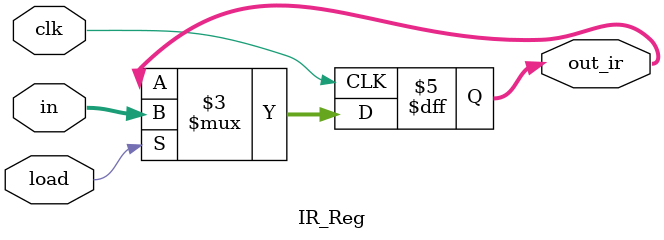
<source format=v>
module IR_Reg( 
    input clk, load,
    input [7:0] in,
    output reg [7:0] out_ir
); 
initial begin 
    out_ir = 8'h0; 
end 

always @(posedge clk) begin 
    if (load) begin 
        out_ir <= in; 
    end
end
endmodule

</source>
